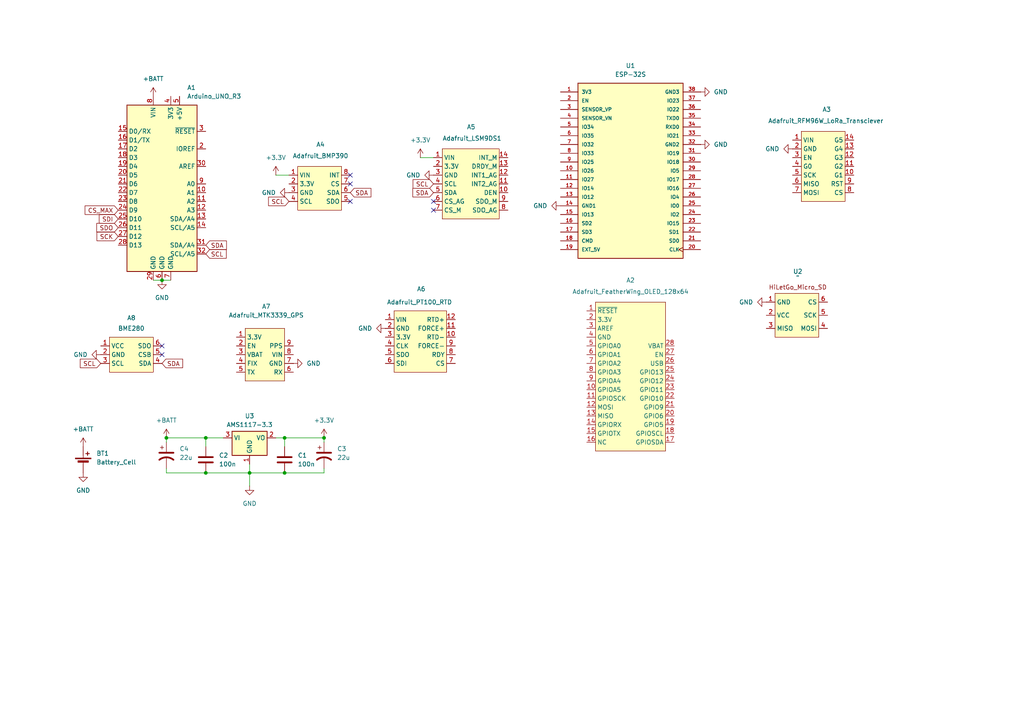
<source format=kicad_sch>
(kicad_sch (version 20250114) (generator "eeschema") (generator_version "9.0")
  (paper "A4")
  (lib_symbols
    (symbol "Device:Battery_Cell" (pin_numbers (hide yes)) (pin_names (offset 0) (hide yes))
      (property "Reference" "BT" (at 2.54 2.54 0))
      (property "Value" "Battery_Cell" (at 2.54 0 0))
      (symbol "Battery_Cell_0_1"
        (rectangle (start -2.286 1.778) (end 2.286 1.524) (fill (type outline)))
        (rectangle (start -1.524 1.016) (end 1.524 0.508) (fill (type outline)))
        (polyline (pts (xy 0 1.778) (xy 0 2.54)))
        (polyline (pts (xy 0 0.762) (xy 0 0)))
        (polyline (pts (xy 0.762 3.048) (xy 1.778 3.048)) (stroke (width 0.254)))
        (polyline (pts (xy 1.27 3.556) (xy 1.27 2.54)) (stroke (width 0.254)))
      )
      (symbol "Battery_Cell_1_1"
        (pin passive line (at 0 5.08 270) (length 2.54) (name "+") (number "1"))
        (pin passive line (at 0 -2.54 90) (length 2.54) (name "-") (number "2"))
      )
    )
    (symbol "Device:C" (pin_numbers (hide yes)) (pin_names (offset 0.254))
      (property "Reference" "C" (at 0.635 2.54 0))
      (property "Value" "C" (at 0.635 -2.54 0))
      (symbol "C_0_1"
        (polyline (pts (xy -2.032 0.762) (xy 2.032 0.762)) (stroke (width 0.508)))
        (polyline (pts (xy -2.032 -0.762) (xy 2.032 -0.762)) (stroke (width 0.508)))
      )
      (symbol "C_1_1"
        (pin passive line (at 0 3.81 270) (length 2.794) (name "~") (number "1"))
        (pin passive line (at 0 -3.81 90) (length 2.794) (name "~") (number "2"))
      )
    )
    (symbol "Device:C_Polarized_US" (pin_numbers (hide yes)) (pin_names (offset 0.254) (hide yes))
      (property "Reference" "C" (at 0.635 2.54 0))
      (property "Value" "C_Polarized_US" (at 0.635 -2.54 0))
      (symbol "C_Polarized_US_0_1"
        (polyline (pts (xy -2.032 0.762) (xy 2.032 0.762)) (stroke (width 0.508)))
        (polyline (pts (xy -1.778 2.286) (xy -0.762 2.286)))
        (polyline (pts (xy -1.27 1.778) (xy -1.27 2.794)))
        (arc (start -2.032 -1.27) (mid 0 -0.5572) (end 2.032 -1.27) (stroke (width 0.508)))
      )
      (symbol "C_Polarized_US_1_1"
        (pin passive line (at 0 3.81 270) (length 2.794) (name "~") (number "1"))
        (pin passive line (at 0 -3.81 90) (length 3.302) (name "~") (number "2"))
      )
    )
    (symbol "IntegrationPCBCustom:Adafruit128x64OLEDFeatherWing"
      (property "Reference" "A" (at 0 17.78 0))
      (property "Value" "Adafruit_FeatherWing_OLED_128x64" (at 0.508 14.732 0))
      (symbol "Adafruit128x64OLEDFeatherWing_1_1"
        (rectangle (start -10.16 12.7) (end 10.16 -30.48) (fill (type background)))
        (pin input line (at -12.7 10.16 0) (length 2.54) (name "~{RESET}") (number "1"))
        (pin input line (at -12.7 7.62 0) (length 2.54) (name "3.3V") (number "2"))
        (pin input line (at -12.7 5.08 0) (length 2.54) (name "AREF") (number "3"))
        (pin input line (at -12.7 2.54 0) (length 2.54) (name "GND") (number "4"))
        (pin input line (at -12.7 0 0) (length 2.54) (name "GPIOA0") (number "5"))
        (pin input line (at -12.7 -2.54 0) (length 2.54) (name "GPIOA1") (number "6"))
        (pin input line (at -12.7 -5.08 0) (length 2.54) (name "GPIOA2") (number "7"))
        (pin input line (at -12.7 -7.62 0) (length 2.54) (name "GPIOA3") (number "8"))
        (pin input line (at -12.7 -10.16 0) (length 2.54) (name "GPIOA4") (number "9"))
        (pin input line (at -12.7 -12.7 0) (length 2.54) (name "GPIOA5") (number "10"))
        (pin input line (at -12.7 -15.24 0) (length 2.54) (name "GPIOSCK") (number "11"))
        (pin input line (at -12.7 -17.78 0) (length 2.54) (name "MOSI") (number "12"))
        (pin input line (at -12.7 -20.32 0) (length 2.54) (name "MISO") (number "13"))
        (pin input line (at -12.7 -22.86 0) (length 2.54) (name "GPIORX") (number "14"))
        (pin input line (at -12.7 -25.4 0) (length 2.54) (name "GPIOTX") (number "15"))
        (pin input line (at -12.7 -27.94 0) (length 2.54) (name "NC") (number "16"))
        (pin input line (at 12.7 0 180) (length 2.54) (name "VBAT") (number "28"))
        (pin input line (at 12.7 -2.54 180) (length 2.54) (name "EN") (number "27"))
        (pin input line (at 12.7 -5.08 180) (length 2.54) (name "USB") (number "26"))
        (pin input line (at 12.7 -7.62 180) (length 2.54) (name "GPIO13") (number "25"))
        (pin input line (at 12.7 -10.16 180) (length 2.54) (name "GPIO12") (number "24"))
        (pin input line (at 12.7 -12.7 180) (length 2.54) (name "GPIO11") (number "23"))
        (pin input line (at 12.7 -15.24 180) (length 2.54) (name "GPIO10") (number "22"))
        (pin input line (at 12.7 -17.78 180) (length 2.54) (name "GPIO9") (number "21"))
        (pin input line (at 12.7 -20.32 180) (length 2.54) (name "GPIO6") (number "20"))
        (pin input line (at 12.7 -22.86 180) (length 2.54) (name "GPIO5") (number "19"))
        (pin input line (at 12.7 -25.4 180) (length 2.54) (name "GPIOSCL") (number "18"))
        (pin input line (at 12.7 -27.94 180) (length 2.54) (name "GPIOSDA") (number "17"))
      )
    )
    (symbol "IntegrationPCBCustom:AdafruitPT100RTD"
      (property "Reference" "A" (at 0 10.922 0))
      (property "Value" "Adafruit_PT100_RTD" (at 0 8.128 0))
      (symbol "AdafruitPT100RTD_1_1"
        (rectangle (start -7.62 6.35) (end 7.62 -11.43) (fill (type background)))
        (pin input line (at -10.16 3.81 0) (length 2.54) (name "VIN") (number "1"))
        (pin input line (at -10.16 1.27 0) (length 2.54) (name "GND") (number "2"))
        (pin input line (at -10.16 -1.27 0) (length 2.54) (name "3.3V") (number "3"))
        (pin input line (at -10.16 -3.81 0) (length 2.54) (name "CLK") (number "4"))
        (pin input line (at -10.16 -6.35 0) (length 2.54) (name "SDO") (number "5"))
        (pin input line (at -10.16 -8.89 0) (length 2.54) (name "SDI") (number "6"))
        (pin input line (at 10.16 3.81 180) (length 2.54) (name "RTD+") (number "12"))
        (pin input line (at 10.16 1.27 180) (length 2.54) (name "FORCE+") (number "11"))
        (pin input line (at 10.16 -1.27 180) (length 2.54) (name "RTD-") (number "10"))
        (pin input line (at 10.16 -3.81 180) (length 2.54) (name "FORCE-") (number "9"))
        (pin input line (at 10.16 -6.35 180) (length 2.54) (name "RDY") (number "8"))
        (pin input line (at 10.16 -8.89 180) (length 2.54) (name "CS") (number "7"))
      )
    )
    (symbol "IntegrationPCBCustom:AdafruitRFM96W"
      (property "Reference" "A" (at 0 13.97 0))
      (property "Value" "Adafruit_RFM96W_LoRa_Transciever" (at 0.508 10.922 0))
      (symbol "AdafruitRFM96W_1_1"
        (rectangle (start -6.35 8.89) (end 6.35 -11.43) (fill (type background)))
        (pin input line (at -8.89 6.35 0) (length 2.54) (name "VIN") (number "1"))
        (pin input line (at -8.89 3.81 0) (length 2.54) (name "GND") (number "2"))
        (pin input line (at -8.89 1.27 0) (length 2.54) (name "EN") (number "3"))
        (pin input line (at -8.89 -1.27 0) (length 2.54) (name "G0") (number "4"))
        (pin input line (at -8.89 -3.81 0) (length 2.54) (name "SCK") (number "5"))
        (pin input line (at -8.89 -6.35 0) (length 2.54) (name "MISO") (number "6"))
        (pin input line (at -8.89 -8.89 0) (length 2.54) (name "MOSI") (number "7"))
        (pin input line (at 8.89 6.35 180) (length 2.54) (name "G5") (number "14"))
        (pin input line (at 8.89 3.81 180) (length 2.54) (name "G4") (number "13"))
        (pin input line (at 8.89 1.27 180) (length 2.54) (name "G3") (number "12"))
        (pin input line (at 8.89 -1.27 180) (length 2.54) (name "G2") (number "11"))
        (pin input line (at 8.89 -3.81 180) (length 2.54) (name "G1") (number "10"))
        (pin input line (at 8.89 -6.35 180) (length 2.54) (name "RST") (number "9"))
        (pin input line (at 8.89 -8.89 180) (length 2.54) (name "CS") (number "8"))
      )
    )
    (symbol "IntegrationPCBCustom:Adafruit_BMP390"
      (property "Reference" "A" (at 0 10.922 0))
      (property "Value" "Adafruit_BMP390" (at 0.254 8.128 0))
      (symbol "Adafruit_BMP390_1_1"
        (rectangle (start -6.35 6.35) (end 6.35 -6.35) (fill (type background)))
        (pin input line (at -8.89 3.81 0) (length 2.54) (name "VIN") (number "1"))
        (pin input line (at -8.89 1.27 0) (length 2.54) (name "3.3V") (number "2"))
        (pin input line (at -8.89 -1.27 0) (length 2.54) (name "GND") (number "3"))
        (pin input line (at -8.89 -3.81 0) (length 2.54) (name "SCL") (number "4"))
        (pin input line (at 8.89 3.81 180) (length 2.54) (name "INT") (number "8"))
        (pin input line (at 8.89 1.27 180) (length 2.54) (name "CS") (number "7"))
        (pin input line (at 8.89 -1.27 180) (length 2.54) (name "SDA") (number "6"))
        (pin input line (at 8.89 -3.81 180) (length 2.54) (name "SDO") (number "5"))
      )
    )
    (symbol "IntegrationPCBCustom:Adafruit_LSM9DS1"
      (property "Reference" "A" (at 0.508 11.938 0))
      (property "Value" "Adafruit_LSM9DS1" (at 0.762 9.398 0))
      (symbol "Adafruit_LSM9DS1_1_1"
        (rectangle (start -7.62 7.62) (end 8.89 -12.7) (fill (type background)))
        (pin input line (at -10.16 5.08 0) (length 2.54) (name "VIN") (number "1"))
        (pin input line (at -10.16 2.54 0) (length 2.54) (name "3.3V") (number "2"))
        (pin input line (at -10.16 0 0) (length 2.54) (name "GND") (number "3"))
        (pin input line (at -10.16 -2.54 0) (length 2.54) (name "SCL") (number "4"))
        (pin input line (at -10.16 -5.08 0) (length 2.54) (name "SDA") (number "5"))
        (pin input line (at -10.16 -7.62 0) (length 2.54) (name "CS_AG") (number "6"))
        (pin input line (at -10.16 -10.16 0) (length 2.54) (name "CS_M") (number "7"))
        (pin input line (at 11.43 5.08 180) (length 2.54) (name "INT_M") (number "14"))
        (pin input line (at 11.43 2.54 180) (length 2.54) (name "DRDY_M") (number "13"))
        (pin input line (at 11.43 0 180) (length 2.54) (name "INT1_AG") (number "12"))
        (pin input line (at 11.43 -2.54 180) (length 2.54) (name "INT2_AG") (number "11"))
        (pin input line (at 11.43 -5.08 180) (length 2.54) (name "DEN") (number "10"))
        (pin input line (at 11.43 -7.62 180) (length 2.54) (name "SDO_M") (number "9"))
        (pin input line (at 11.43 -10.16 180) (length 2.54) (name "SDO_AG") (number "8"))
      )
    )
    (symbol "IntegrationPCBCustom:Adafruit_MTK3339_GPS"
      (property "Reference" "A" (at -0.508 10.922 0))
      (property "Value" "Adafruit_MTK3339_GPS" (at -0.762 8.128 0))
      (symbol "Adafruit_MTK3339_GPS_1_1"
        (rectangle (start -6.35 6.35) (end 5.08 -8.89) (fill (type background)))
        (pin input line (at -8.89 3.81 0) (length 2.54) (name "3.3V") (number "1"))
        (pin input line (at -8.89 1.27 0) (length 2.54) (name "EN") (number "2"))
        (pin input line (at -8.89 -1.27 0) (length 2.54) (name "VBAT") (number "3"))
        (pin input line (at -8.89 -3.81 0) (length 2.54) (name "FIX") (number "4"))
        (pin input line (at -8.89 -6.35 0) (length 2.54) (name "TX") (number "5"))
        (pin input line (at 7.62 1.27 180) (length 2.54) (name "PPS") (number "9"))
        (pin input line (at 7.62 -1.27 180) (length 2.54) (name "VIN") (number "8"))
        (pin input line (at 7.62 -3.81 180) (length 2.54) (name "GND") (number "7"))
        (pin input line (at 7.62 -6.35 180) (length 2.54) (name "RX") (number "6"))
      )
    )
    (symbol "IntegrationPCBCustom:BME280"
      (property "Reference" "A" (at 0 9.652 0))
      (property "Value" "BME280" (at 0 6.858 0))
      (symbol "BME280_1_1"
        (rectangle (start -6.35 5.08) (end 6.35 -5.08) (fill (type background)))
        (pin input line (at -8.89 2.54 0) (length 2.54) (name "VCC") (number "1"))
        (pin input line (at -8.89 0 0) (length 2.54) (name "GND") (number "2"))
        (pin input line (at -8.89 -2.54 0) (length 2.54) (name "SCL") (number "3"))
        (pin input line (at 8.89 2.54 180) (length 2.54) (name "SDO") (number "6"))
        (pin input line (at 8.89 0 180) (length 2.54) (name "CSB") (number "5"))
        (pin input line (at 8.89 -2.54 180) (length 2.54) (name "SDA") (number "4"))
      )
    )
    (symbol "MCU_Module:Arduino_UNO_R3"
      (property "Reference" "A" (at -10.16 23.495 0))
      (property "Value" "Arduino_UNO_R3" (at 5.08 -26.67 0))
      (symbol "Arduino_UNO_R3_0_1"
        (rectangle (start -10.16 22.86) (end 10.16 -25.4) (stroke (width 0.254)) (fill (type background)))
      )
      (symbol "Arduino_UNO_R3_1_1"
        (pin bidirectional line (at -12.7 15.24 0) (length 2.54) (name "D0/RX") (number "15"))
        (pin bidirectional line (at -12.7 12.7 0) (length 2.54) (name "D1/TX") (number "16"))
        (pin bidirectional line (at -12.7 10.16 0) (length 2.54) (name "D2") (number "17"))
        (pin bidirectional line (at -12.7 7.62 0) (length 2.54) (name "D3") (number "18"))
        (pin bidirectional line (at -12.7 5.08 0) (length 2.54) (name "D4") (number "19"))
        (pin bidirectional line (at -12.7 2.54 0) (length 2.54) (name "D5") (number "20"))
        (pin bidirectional line (at -12.7 0 0) (length 2.54) (name "D6") (number "21"))
        (pin bidirectional line (at -12.7 -2.54 0) (length 2.54) (name "D7") (number "22"))
        (pin bidirectional line (at -12.7 -5.08 0) (length 2.54) (name "D8") (number "23"))
        (pin bidirectional line (at -12.7 -7.62 0) (length 2.54) (name "D9") (number "24"))
        (pin bidirectional line (at -12.7 -10.16 0) (length 2.54) (name "D10") (number "25"))
        (pin bidirectional line (at -12.7 -12.7 0) (length 2.54) (name "D11") (number "26"))
        (pin bidirectional line (at -12.7 -15.24 0) (length 2.54) (name "D12") (number "27"))
        (pin bidirectional line (at -12.7 -17.78 0) (length 2.54) (name "D13") (number "28"))
        (pin no_connect line (at -10.16 -20.32 0) (length 2.54) (hide yes) (name "NC") (number "1"))
        (pin power_in line (at -2.54 25.4 270) (length 2.54) (name "VIN") (number "8"))
        (pin power_in line (at -2.54 -27.94 90) (length 2.54) (name "GND") (number "29"))
        (pin power_in line (at 0 -27.94 90) (length 2.54) (name "GND") (number "6"))
        (pin power_out line (at 2.54 25.4 270) (length 2.54) (name "3V3") (number "4"))
        (pin power_in line (at 2.54 -27.94 90) (length 2.54) (name "GND") (number "7"))
        (pin power_out line (at 5.08 25.4 270) (length 2.54) (name "+5V") (number "5"))
        (pin input line (at 12.7 15.24 180) (length 2.54) (name "~{RESET}") (number "3"))
        (pin output line (at 12.7 10.16 180) (length 2.54) (name "IOREF") (number "2"))
        (pin input line (at 12.7 5.08 180) (length 2.54) (name "AREF") (number "30"))
        (pin bidirectional line (at 12.7 0 180) (length 2.54) (name "A0") (number "9"))
        (pin bidirectional line (at 12.7 -2.54 180) (length 2.54) (name "A1") (number "10"))
        (pin bidirectional line (at 12.7 -5.08 180) (length 2.54) (name "A2") (number "11"))
        (pin bidirectional line (at 12.7 -7.62 180) (length 2.54) (name "A3") (number "12"))
        (pin bidirectional line (at 12.7 -10.16 180) (length 2.54) (name "SDA/A4") (number "13"))
        (pin bidirectional line (at 12.7 -12.7 180) (length 2.54) (name "SCL/A5") (number "14"))
        (pin bidirectional line (at 12.7 -17.78 180) (length 2.54) (name "SDA/A4") (number "31"))
        (pin bidirectional line (at 12.7 -20.32 180) (length 2.54) (name "SCL/A5") (number "32"))
      )
    )
    (symbol "Regulator_Linear:AMS1117-3.3"
      (property "Reference" "U" (at -3.81 3.175 0))
      (property "Value" "AMS1117-3.3" (at 0 3.175 0))
      (symbol "AMS1117-3.3_0_1"
        (rectangle (start -5.08 -5.08) (end 5.08 1.905) (stroke (width 0.254)) (fill (type background)))
      )
      (symbol "AMS1117-3.3_1_1"
        (pin power_in line (at -7.62 0 0) (length 2.54) (name "VI") (number "3"))
        (pin power_in line (at 0 -7.62 90) (length 2.54) (name "GND") (number "1"))
        (pin power_out line (at 7.62 0 180) (length 2.54) (name "VO") (number "2"))
      )
    )
    (symbol "TSL_Symbols:ESP-32S" (pin_names (offset 1.016))
      (property "Reference" "U" (at -15.2572 26.0643 0))
      (property "Value" "ESP-32S" (at -15.2563 -27.9698 0))
      (symbol "ESP-32S_0_0"
        (rectangle (start -15.24 -25.4) (end 15.24 25.4) (stroke (width 0.254)) (fill (type background)))
        (pin power_in line (at -20.32 22.86 0) (length 5.08) (name "3V3") (number "1"))
        (pin input line (at -20.32 20.32 0) (length 5.08) (name "EN") (number "2"))
        (pin input line (at -20.32 17.78 0) (length 5.08) (name "SENSOR_VP") (number "3"))
        (pin input line (at -20.32 15.24 0) (length 5.08) (name "SENSOR_VN") (number "4"))
        (pin bidirectional line (at -20.32 12.7 0) (length 5.08) (name "IO34") (number "5"))
        (pin bidirectional line (at -20.32 10.16 0) (length 5.08) (name "IO35") (number "6"))
        (pin bidirectional line (at -20.32 7.62 0) (length 5.08) (name "IO32") (number "7"))
        (pin bidirectional line (at -20.32 5.08 0) (length 5.08) (name "IO33") (number "8"))
        (pin bidirectional line (at -20.32 2.54 0) (length 5.08) (name "IO25") (number "9"))
        (pin bidirectional line (at -20.32 0 0) (length 5.08) (name "IO26") (number "10"))
        (pin bidirectional line (at -20.32 -2.54 0) (length 5.08) (name "IO27") (number "11"))
        (pin bidirectional line (at -20.32 -5.08 0) (length 5.08) (name "IO14") (number "12"))
        (pin bidirectional line (at -20.32 -7.62 0) (length 5.08) (name "IO12") (number "13"))
        (pin power_in line (at -20.32 -10.16 0) (length 5.08) (name "GND1") (number "14"))
        (pin bidirectional line (at -20.32 -12.7 0) (length 5.08) (name "IO13") (number "15"))
        (pin bidirectional line (at -20.32 -15.24 0) (length 5.08) (name "SD2") (number "16"))
        (pin bidirectional line (at -20.32 -17.78 0) (length 5.08) (name "SD3") (number "17"))
        (pin bidirectional line (at -20.32 -20.32 0) (length 5.08) (name "CMD") (number "18"))
        (pin power_in line (at -20.32 -22.86 0) (length 5.08) (name "EXT_5V") (number "19"))
        (pin power_in line (at 20.32 22.86 180) (length 5.08) (name "GND3") (number "38"))
        (pin bidirectional line (at 20.32 20.32 180) (length 5.08) (name "IO23") (number "37"))
        (pin bidirectional line (at 20.32 17.78 180) (length 5.08) (name "IO22") (number "36"))
        (pin output line (at 20.32 15.24 180) (length 5.08) (name "TXD0") (number "35"))
        (pin input line (at 20.32 12.7 180) (length 5.08) (name "RXD0") (number "34"))
        (pin bidirectional line (at 20.32 10.16 180) (length 5.08) (name "IO21") (number "33"))
        (pin power_in line (at 20.32 7.62 180) (length 5.08) (name "GND2") (number "32"))
        (pin bidirectional line (at 20.32 5.08 180) (length 5.08) (name "IO19") (number "31"))
        (pin bidirectional line (at 20.32 2.54 180) (length 5.08) (name "IO18") (number "30"))
        (pin bidirectional line (at 20.32 0 180) (length 5.08) (name "IO5") (number "29"))
        (pin bidirectional line (at 20.32 -2.54 180) (length 5.08) (name "IO17") (number "28"))
        (pin bidirectional line (at 20.32 -5.08 180) (length 5.08) (name "IO16") (number "27"))
        (pin bidirectional line (at 20.32 -7.62 180) (length 5.08) (name "IO4") (number "26"))
        (pin bidirectional line (at 20.32 -10.16 180) (length 5.08) (name "IO0") (number "25"))
        (pin bidirectional line (at 20.32 -12.7 180) (length 5.08) (name "IO2") (number "24"))
        (pin bidirectional line (at 20.32 -15.24 180) (length 5.08) (name "IO15") (number "23"))
        (pin bidirectional line (at 20.32 -17.78 180) (length 5.08) (name "SD1") (number "22"))
        (pin bidirectional line (at 20.32 -20.32 180) (length 5.08) (name "SD0") (number "21"))
        (pin input clock (at 20.32 -22.86 180) (length 5.08) (name "CLK") (number "20"))
      )
    )
    (symbol "TSL_Symbols:HiLetgo_Micro_SD"
      (property "Reference" "U" (at 0 0 0))
      (symbol "HiLetgo_Micro_SD_1_1"
        (rectangle (start -6.35 6.35) (end 6.35 -6.35) (fill (type background)))
        (text "HiLetGo_Micro_SD" (at 0.254 8.128 0) (effects (font (size 1.27 1.27))))
        (pin input line (at -8.89 3.81 0) (length 2.54) (name "GND") (number "1"))
        (pin input line (at -8.89 0 0) (length 2.54) (name "VCC") (number "2"))
        (pin input line (at -8.89 -3.81 0) (length 2.54) (name "MISO") (number "3"))
        (pin input line (at 8.89 3.81 180) (length 2.54) (name "CS") (number "6"))
        (pin input line (at 8.89 0 180) (length 2.54) (name "SCK") (number "5"))
        (pin input line (at 8.89 -3.81 180) (length 2.54) (name "MOSI") (number "4"))
      )
    )
    (symbol "power:+3.3V" (power) (pin_numbers (hide yes)) (pin_names (offset 0) (hide yes))
      (property "Value" "+3.3V" (at 0 3.556 0))
      (symbol "+3.3V_0_1"
        (polyline (pts (xy -0.762 1.27) (xy 0 2.54)))
        (polyline (pts (xy 0 2.54) (xy 0.762 1.27)))
        (polyline (pts (xy 0 0) (xy 0 2.54)))
      )
      (symbol "+3.3V_1_1"
        (pin power_in line (at 0 0 90) (length 0) (name "~") (number "1"))
      )
    )
    (symbol "power:+BATT" (power) (pin_numbers (hide yes)) (pin_names (offset 0) (hide yes))
      (property "Value" "+BATT" (at 0 3.556 0))
      (symbol "+BATT_0_1"
        (polyline (pts (xy -0.762 1.27) (xy 0 2.54)))
        (polyline (pts (xy 0 2.54) (xy 0.762 1.27)))
        (polyline (pts (xy 0 0) (xy 0 2.54)))
      )
      (symbol "+BATT_1_1"
        (pin power_in line (at 0 0 90) (length 0) (name "~") (number "1"))
      )
    )
    (symbol "power:GND" (power) (pin_numbers (hide yes)) (pin_names (offset 0) (hide yes))
      (property "Value" "GND" (at 0 -3.81 0))
      (symbol "GND_0_1"
        (polyline (pts (xy 0 0) (xy 0 -1.27) (xy 1.27 -1.27) (xy 0 -2.54) (xy -1.27 -1.27) (xy 0 -1.27)))
      )
      (symbol "GND_1_1"
        (pin power_in line (at 0 0 270) (length 0) (name "~") (number "1"))
      )
    )
  )
  (junction (at 82.55 137.16))
  (junction (at 59.69 137.16))
  (junction (at 72.39 137.16))
  (junction (at 46.99 81.28))
  (junction (at 59.69 127))
  (junction (at 82.55 127))
  (junction (at 93.98 127))
  (junction (at 48.26 127))
  (no_connect (at 125.73 60.96))
  (no_connect (at 125.73 58.42))
  (no_connect (at 46.99 102.87))
  (no_connect (at 101.6 50.8))
  (no_connect (at 46.99 100.33))
  (no_connect (at 101.6 58.42))
  (no_connect (at 101.6 53.34))
  (wire (pts (xy 59.69 127) (xy 59.69 129.54)))
  (wire (pts (xy 93.98 128.27) (xy 93.98 127)))
  (wire (pts (xy 72.39 137.16) (xy 82.55 137.16)))
  (wire (pts (xy 59.69 137.16) (xy 72.39 137.16)))
  (wire (pts (xy 48.26 127) (xy 59.69 127)))
  (wire (pts (xy 93.98 135.89) (xy 93.98 137.16)))
  (wire (pts (xy 48.26 137.16) (xy 59.69 137.16)))
  (wire (pts (xy 80.01 50.8) (xy 83.82 50.8)))
  (wire (pts (xy 44.45 81.28) (xy 46.99 81.28)))
  (wire (pts (xy 48.26 135.89) (xy 48.26 137.16)))
  (wire (pts (xy 93.98 137.16) (xy 82.55 137.16)))
  (wire (pts (xy 80.01 127) (xy 82.55 127)))
  (wire (pts (xy 72.39 137.16) (xy 72.39 134.62)))
  (wire (pts (xy 121.92 45.72) (xy 125.73 45.72)))
  (wire (pts (xy 46.99 81.28) (xy 49.53 81.28)))
  (wire (pts (xy 72.39 140.97) (xy 72.39 137.16)))
  (wire (pts (xy 82.55 127) (xy 93.98 127)))
  (wire (pts (xy 64.77 127) (xy 59.69 127)))
  (wire (pts (xy 48.26 128.27) (xy 48.26 127)))
  (wire (pts (xy 82.55 127) (xy 82.55 129.54)))
  (global_label "SCL" (shape input) (at 29.21 105.41 180) (property "Intersheetrefs" "${INTERSHEET_REFS}" (effects (hide yes))))
  (global_label "SDI" (shape input) (at 34.29 63.5 180) (property "Intersheetrefs" "${INTERSHEET_REFS}" (effects (hide yes))))
  (global_label "SCK" (shape input) (at 34.29 68.58 180) (property "Intersheetrefs" "${INTERSHEET_REFS}" (effects (hide yes))))
  (global_label "CS_MAX" (shape input) (at 34.29 60.96 180) (property "Intersheetrefs" "${INTERSHEET_REFS}" (effects (hide yes))))
  (global_label "SDA" (shape input) (at 125.73 55.88 180) (property "Intersheetrefs" "${INTERSHEET_REFS}" (effects (hide yes))))
  (global_label "SCL" (shape input) (at 83.82 58.42 180) (property "Intersheetrefs" "${INTERSHEET_REFS}" (effects (hide yes))))
  (global_label "SDA" (shape input) (at 46.99 105.41 0) (property "Intersheetrefs" "${INTERSHEET_REFS}" (effects (hide yes))))
  (global_label "SCL" (shape input) (at 59.69 73.66 0) (property "Intersheetrefs" "${INTERSHEET_REFS}" (effects (hide yes))))
  (global_label "SDO" (shape input) (at 34.29 66.04 180) (property "Intersheetrefs" "${INTERSHEET_REFS}" (effects (hide yes))))
  (global_label "SDA" (shape input) (at 59.69 71.12 0) (property "Intersheetrefs" "${INTERSHEET_REFS}" (effects (hide yes))))
  (global_label "SDA" (shape input) (at 101.6 55.88 0) (property "Intersheetrefs" "${INTERSHEET_REFS}" (effects (hide yes))))
  (global_label "SCL" (shape input) (at 125.73 53.34 180) (property "Intersheetrefs" "${INTERSHEET_REFS}" (effects (hide yes))))
  (symbol (lib_id "power:+BATT") (at 44.45 27.94 0) (unit 1)
    (property "Reference" "#PWR015" (effects (hide yes)))
    (property "Value" "+BATT" (at 44.45 22.86 0))
    (property "Description" "Power symbol creates a global label with name \"+BATT\"" (effects (hide yes)))
  )
  (symbol (lib_id "IntegrationPCBCustom:AdafruitRFM96W") (at 238.76 46.99 0) (unit 1)
    (property "Reference" "A3" (at 239.776 31.75 0))
    (property "Value" "Adafruit_RFM96W_LoRa_Transciever" (at 239.522 35.052 0))
    (property "Footprint" "TSL_Footprints:RFM96W LoRa Transciever" (effects (hide yes)))
  )
  (symbol (lib_id "Device:C_Polarized_US") (at 48.26 132.08 0) (unit 1)
    (property "Reference" "C4" (at 52.07 130.1749 0) (effects (justify left)))
    (property "Value" "22u" (at 52.07 132.7149 0) (effects (justify left)))
    (property "Description" "Polarized capacitor, US symbol" (effects (hide yes)))
  )
  (symbol (lib_id "power:+3.3V") (at 93.98 127 0) (unit 1)
    (property "Reference" "#PWR010" (effects (hide yes)))
    (property "Value" "+3.3V" (at 93.98 121.92 0))
    (property "Description" "Power symbol creates a global label with name \"+3.3V\"" (effects (hide yes)))
  )
  (symbol (lib_id "power:GND") (at 125.73 50.8 270) (unit 1)
    (property "Reference" "#PWR03" (effects (hide yes)))
    (property "Value" "GND" (at 121.92 50.7999 90) (effects (justify right)))
    (property "Description" "Power symbol creates a global label with name \"GND\" , ground" (effects (hide yes)))
  )
  (symbol (lib_id "Regulator_Linear:AMS1117-3.3") (at 72.39 127 0) (unit 1)
    (property "Reference" "U3" (at 72.39 120.65 0))
    (property "Value" "AMS1117-3.3" (at 72.39 123.19 0))
    (property "Footprint" "Package_TO_SOT_SMD:SOT-223-3_TabPin2" (effects (hide yes)))
    (property "Datasheet" "http://www.advanced-monolithic.com/pdf/ds1117.pdf" (effects (hide yes)))
    (property "Description" "1A Low Dropout regulator, positive, 3.3V fixed output, SOT-223" (effects (hide yes)))
  )
  (symbol (lib_id "IntegrationPCBCustom:Adafruit_LSM9DS1") (at 135.89 50.8 0) (unit 1)
    (property "Reference" "A5" (at 136.652 36.83 0))
    (property "Value" "Adafruit_LSM9DS1" (at 136.906 40.132 0))
    (property "Footprint" "TSL_Footprints:LSM9DS1" (effects (hide yes)))
  )
  (symbol (lib_id "power:GND") (at 24.13 137.16 0) (unit 1)
    (property "Reference" "#PWR016" (effects (hide yes)))
    (property "Value" "GND" (at 24.13 142.24 0))
    (property "Description" "Power symbol creates a global label with name \"GND\" , ground" (effects (hide yes)))
  )
  (symbol (lib_id "Device:Battery_Cell") (at 24.13 134.62 0) (unit 1)
    (property "Reference" "BT1" (at 27.94 131.5084 0) (effects (justify left)))
    (property "Value" "Battery_Cell" (at 27.94 134.0484 0) (effects (justify left)))
    (property "Description" "Single-cell battery" (effects (hide yes)))
  )
  (symbol (lib_id "Device:C") (at 82.55 133.35 0) (unit 1)
    (property "Reference" "C1" (at 86.36 132.0799 0) (effects (justify left)))
    (property "Value" "100n" (at 86.36 134.6199 0) (effects (justify left)))
    (property "Description" "Unpolarized capacitor" (effects (hide yes)))
  )
  (symbol (lib_id "power:GND") (at 85.09 105.41 90) (unit 1)
    (property "Reference" "#PWR05" (effects (hide yes)))
    (property "Value" "GND" (at 88.9 105.4099 90) (effects (justify right)))
    (property "Description" "Power symbol creates a global label with name \"GND\" , ground" (effects (hide yes)))
  )
  (symbol (lib_id "IntegrationPCBCustom:AdafruitPT100RTD") (at 121.92 96.52 0) (unit 1)
    (property "Reference" "A6" (at 122.174 83.82 0))
    (property "Value" "Adafruit_PT100_RTD" (at 121.666 87.63 0))
    (property "Footprint" "TSL_Footprints:MAX31865 PT100 RTD" (effects (hide yes)))
  )
  (symbol (lib_id "power:+BATT") (at 24.13 129.54 0) (unit 1)
    (property "Reference" "#PWR013" (effects (hide yes)))
    (property "Value" "+BATT" (at 24.13 124.46 0))
    (property "Description" "Power symbol creates a global label with name \"+BATT\"" (effects (hide yes)))
  )
  (symbol (lib_id "power:GND") (at 46.99 81.28 0) (unit 1)
    (property "Reference" "#PWR07" (effects (hide yes)))
    (property "Value" "GND" (at 46.99 86.36 0))
    (property "Description" "Power symbol creates a global label with name \"GND\" , ground" (effects (hide yes)))
  )
  (symbol (lib_id "Device:C_Polarized_US") (at 93.98 132.08 0) (unit 1)
    (property "Reference" "C3" (at 97.79 130.1749 0) (effects (justify left)))
    (property "Value" "22u" (at 97.79 132.7149 0) (effects (justify left)))
    (property "Description" "Polarized capacitor, US symbol" (effects (hide yes)))
  )
  (symbol (lib_id "IntegrationPCBCustom:Adafruit_MTK3339_GPS") (at 77.47 101.6 0) (unit 1)
    (property "Reference" "A7" (at 77.216 88.9 0))
    (property "Value" "Adafruit_MTK3339_GPS" (at 77.216 91.44 0))
    (property "Footprint" "TSL_Footprints:MTK3339 GPS Module" (effects (hide yes)))
  )
  (symbol (lib_id "MCU_Module:Arduino_UNO_R3") (at 46.99 53.34 0) (unit 1)
    (property "Reference" "A1" (at 54.2641 25.4 0) (effects (justify left)))
    (property "Value" "Arduino_UNO_R3" (at 54.2641 27.94 0) (effects (justify left)))
    (property "Footprint" "Module:Arduino_UNO_R3" (effects (hide yes)))
    (property "Datasheet" "https://www.arduino.cc/en/Main/arduinoBoardUno" (effects (hide yes)))
    (property "Description" "Arduino UNO Microcontroller Module, release 3" (effects (hide yes)))
  )
  (symbol (lib_id "Device:C") (at 59.69 133.35 0) (unit 1)
    (property "Reference" "C2" (at 63.5 132.0799 0) (effects (justify left)))
    (property "Value" "100n" (at 63.5 134.6199 0) (effects (justify left)))
    (property "Description" "Unpolarized capacitor" (effects (hide yes)))
  )
  (symbol (lib_id "IntegrationPCBCustom:Adafruit128x64OLEDFeatherWing") (at 182.88 100.33 0) (unit 1)
    (property "Reference" "A2" (at 182.88 81.28 0))
    (property "Value" "Adafruit_FeatherWing_OLED_128x64" (at 182.88 84.582 0))
    (property "Footprint" "TSL_Footprints:Adafruit FeatherWing OLED" (effects (hide yes)))
  )
  (symbol (lib_id "IntegrationPCBCustom:BME280") (at 38.1 102.87 0) (unit 1)
    (property "Reference" "A8" (at 38.1 92.202 0))
    (property "Value" "BME280" (at 38.1 95.25 0))
    (property "Footprint" "TSL_Footprints:BME280" (effects (hide yes)))
  )
  (symbol (lib_id "power:GND") (at 162.56 59.69 270) (unit 1)
    (property "Reference" "#PWR019" (effects (hide yes)))
    (property "Value" "GND" (at 158.75 59.6899 90) (effects (justify right)))
    (property "Description" "Power symbol creates a global label with name \"GND\" , ground" (effects (hide yes)))
  )
  (symbol (lib_id "power:+3.3V") (at 80.01 50.8 0) (unit 1)
    (property "Reference" "#PWR08" (effects (hide yes)))
    (property "Value" "+3.3V" (at 80.01 45.72 0))
    (property "Description" "Power symbol creates a global label with name \"+3.3V\"" (effects (hide yes)))
  )
  (symbol (lib_id "power:GND") (at 29.21 102.87 270) (unit 1)
    (property "Reference" "#PWR06" (effects (hide yes)))
    (property "Value" "GND" (at 25.4 102.8699 90) (effects (justify right)))
    (property "Description" "Power symbol creates a global label with name \"GND\" , ground" (effects (hide yes)))
  )
  (symbol (lib_id "power:GND") (at 83.82 55.88 270) (unit 1)
    (property "Reference" "#PWR02" (effects (hide yes)))
    (property "Value" "GND" (at 80.01 55.8799 90) (effects (justify right)))
    (property "Description" "Power symbol creates a global label with name \"GND\" , ground" (effects (hide yes)))
  )
  (symbol (lib_id "IntegrationPCBCustom:Adafruit_BMP390") (at 92.71 54.61 0) (unit 1)
    (property "Reference" "A4" (at 92.964 41.91 0))
    (property "Value" "Adafruit_BMP390" (at 92.964 45.212 0))
    (property "Footprint" "TSL_Footprints:BMP390" (effects (hide yes)))
  )
  (symbol (lib_id "power:+BATT") (at 48.26 127 0) (unit 1)
    (property "Reference" "#PWR014" (effects (hide yes)))
    (property "Value" "+BATT" (at 48.26 121.92 0))
    (property "Description" "Power symbol creates a global label with name \"+BATT\"" (effects (hide yes)))
  )
  (symbol (lib_id "power:+3.3V") (at 121.92 45.72 0) (unit 1)
    (property "Reference" "#PWR09" (effects (hide yes)))
    (property "Value" "+3.3V" (at 121.92 40.64 0))
    (property "Description" "Power symbol creates a global label with name \"+3.3V\"" (effects (hide yes)))
  )
  (symbol (lib_id "power:GND") (at 203.2 41.91 90) (unit 1)
    (property "Reference" "#PWR021" (effects (hide yes)))
    (property "Value" "GND" (at 207.01 41.9099 90) (effects (justify right)))
    (property "Description" "Power symbol creates a global label with name \"GND\" , ground" (effects (hide yes)))
  )
  (symbol (lib_id "power:GND") (at 203.2 26.67 90) (unit 1)
    (property "Reference" "#PWR020" (effects (hide yes)))
    (property "Value" "GND" (at 207.01 26.6699 90) (effects (justify right)))
    (property "Description" "Power symbol creates a global label with name \"GND\" , ground" (effects (hide yes)))
  )
  (symbol (lib_id "power:GND") (at 229.87 43.18 270) (unit 1)
    (property "Reference" "#PWR01" (effects (hide yes)))
    (property "Value" "GND" (at 226.06 43.1799 90) (effects (justify right)))
    (property "Description" "Power symbol creates a global label with name \"GND\" , ground" (effects (hide yes)))
  )
  (symbol (lib_id "power:GND") (at 111.76 95.25 270) (unit 1)
    (property "Reference" "#PWR04" (effects (hide yes)))
    (property "Value" "GND" (at 107.95 95.2499 90) (effects (justify right)))
    (property "Description" "Power symbol creates a global label with name \"GND\" , ground" (effects (hide yes)))
  )
  (symbol (lib_id "power:GND") (at 72.39 140.97 0) (unit 1)
    (property "Reference" "#PWR011" (effects (hide yes)))
    (property "Value" "GND" (at 72.39 146.05 0))
    (property "Description" "Power symbol creates a global label with name \"GND\" , ground" (effects (hide yes)))
  )
  (symbol (lib_id "TSL_Symbols:ESP-32S") (at 182.88 49.53 0) (unit 1)
    (property "Reference" "U1" (at 182.88 19.05 0))
    (property "Value" "ESP-32S" (at 182.88 21.59 0))
    (property "Footprint" "TSL_Footprints:ESP-32S" (effects (hide yes)))
    (property "MF" "Espressif Systems" (effects (hide yes)))
    (property "Description_1" "WROOM-32 Development Board ESP32 ESP-32S WiFi Bluetooth Dev Module" (effects (hide yes)))
    (property "Package" "Package" (effects (hide yes)))
    (property "Price" "None" (effects (hide yes)))
    (property "Check_prices" "https://www.snapeda.com/parts/DEVKIT%20V1%20ESP32-WROOM-32/Espressif+Systems/view-part/?ref=eda" (effects (hide yes)))
    (property "STANDARD" "Manufacturer Recommendations" (effects (hide yes)))
    (property "PARTREV" "N/A" (effects (hide yes)))
    (property "SnapEDA_Link" "https://www.snapeda.com/parts/DEVKIT%20V1%20ESP32-WROOM-32/Espressif+Systems/view-part/?ref=snap" (effects (hide yes)))
    (property "MP" "DEVKIT V1 ESP32-WROOM-32" (effects (hide yes)))
    (property "Availability" "Not in stock" (effects (hide yes)))
    (property "MANUFACTURER" "Espressif Systems" (effects (hide yes)))
  )
  (symbol (lib_id "power:GND") (at 222.25 87.63 270) (unit 1)
    (property "Reference" "#PWR018" (effects (hide yes)))
    (property "Value" "GND" (at 218.44 87.6299 90) (effects (justify right)))
    (property "Description" "Power symbol creates a global label with name \"GND\" , ground" (effects (hide yes)))
  )
  (symbol (lib_id "TSL_Symbols:HiLetgo_Micro_SD") (at 231.14 91.44 0) (unit 1)
    (property "Reference" "U2" (at 231.394 78.74 0))
    (property "Value" "~" (at 231.394 80.01 0))
    (property "Footprint" "TSL_Footprints:HiLetGo Micro SD" (effects (hide yes)))
  )
)
</source>
